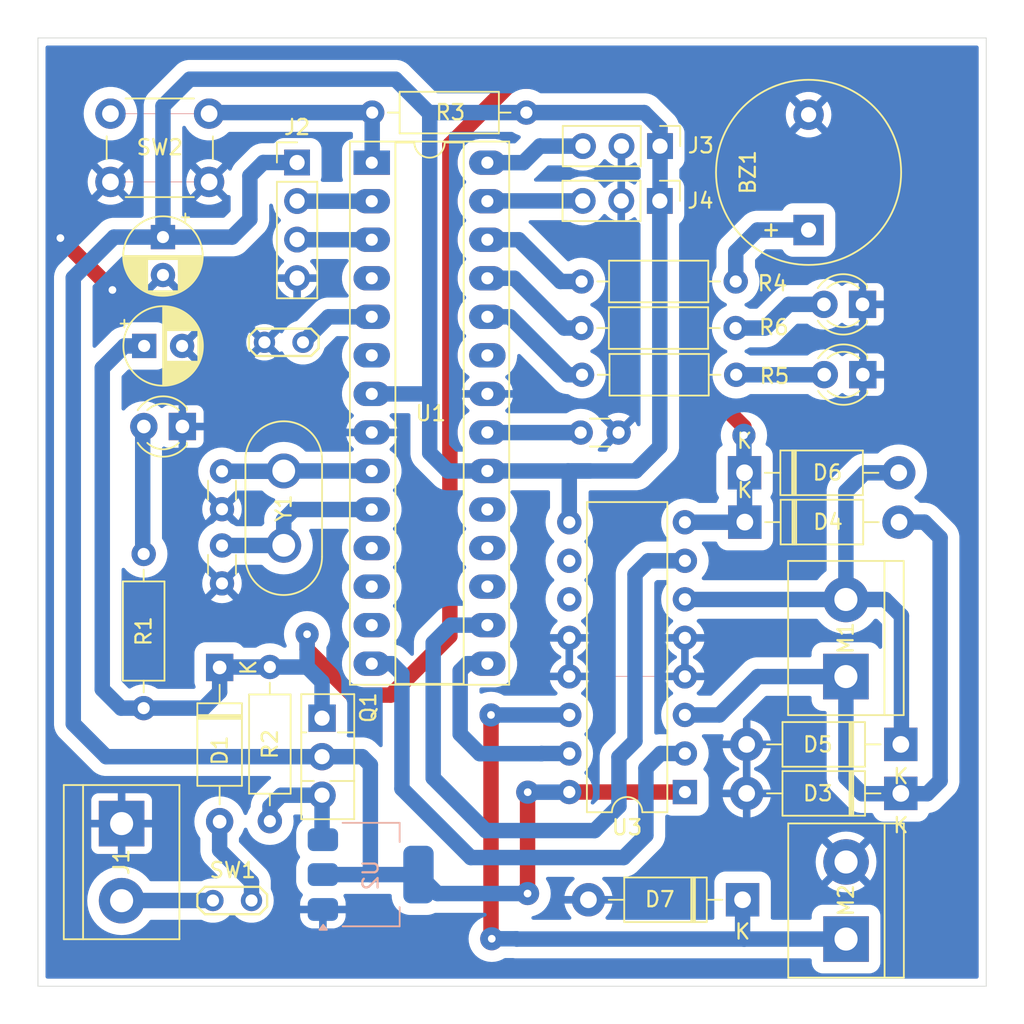
<source format=kicad_pcb>
(kicad_pcb (version 20240108) (generator "pcbnew") (generator_version "8.0")
  (layers (0 "F.Cu" signal) (31 "B.Cu" signal) (34 "B.Paste" user) (35 "F.Paste" user) (36 "B.SilkS" user "B.Silkscreen") (37 "F.SilkS" user "F.Silkscreen") (38 "B.Mask" user) (39 "F.Mask" user) (44 "Edge.Cuts" user))
  (net 0 "")
  (net 1 "GND")
  (net 2 "Net-(BZ1-+)")
  (net 3 "+12V")
  (net 4 "+5V")
  (net 5 "Net-(U1-AREF)")
  (net 6 "Net-(U1-XTAL1{slash}PB6)")
  (net 7 "Net-(U1-XTAL2{slash}PB7)")
  (net 8 "Net-(D1-A)")
  (net 9 "Net-(D2-A)")
  (net 10 "Net-(D3-K)")
  (net 11 "Net-(D5-K)")
  (net 12 "Net-(D7-K)")
  (net 13 "Net-(D8-A)")
  (net 14 "Net-(D9-A)")
  (net 15 "Net-(J1-Pin_2)")
  (net 16 "/Rx")
  (net 17 "/Tx")
  (net 18 "/soil_pin")
  (net 19 "/rain_pin")
  (net 20 "Net-(Q1-B)")
  (net 21 "Net-(SW2A-A)")
  (net 22 "/buzzer_pin")
  (net 23 "/red_pin")
  (net 24 "/green_pin")
  (net 25 "Net-(U1-PD3)")
  (net 26 "/pump_pin")
  (net 33 "/motor_pin1")
  (net 34 "/motor_pin2")
  (footprint "Resistor_THT:R_Axial_DIN0207_L6.3mm_D2.5mm_P10.16mm_Horizontal" (layer "F.Cu") (at 225.82 89.12)
    (property "Reference" "R6" (at 12.68 -0.05 360) (layer "F.SilkS"))
    (property "Value" "220")
    (pad "1" thru_hole circle (at 0 0) (size 1.6 1.6) (drill 0.8) (layers "*.Cu" "*.Mask") (net 24 "/green_pin"))
    (pad "2" thru_hole oval (at 10.16 0) (size 1.6 1.6) (drill 0.8) (layers "*.Cu" "*.Mask") (net 14 "Net-(D9-A)"))
  )
  (footprint "Diode_THT:D_DO-41_SOD81_P10.16mm_Horizontal" (layer "F.Cu") (at 236.44 126.8 180)
    (property "Reference" "D7" (at 5.46 0.03 180) (layer "F.SilkS"))
    (property "Value" "1N4001")
    (fp_text user "K" (at 0 -2.1 180) (layer "F.SilkS"))
    (pad "1" thru_hole rect (at 0 0 180) (size 2.2 2.2) (drill 1.1) (layers "*.Cu" "*.Mask") (net 12 "Net-(D7-K)"))
    (pad "2" thru_hole oval (at 10.16 0 180) (size 2.2 2.2) (drill 1.1) (layers "*.Cu" "*.Mask") (net 1 "GND"))
  )
  (footprint "Diode_THT:D_DO-41_SOD81_P10.16mm_Horizontal" (layer "F.Cu") (at 246.87 116.56 180)
    (property "Reference" "D5" (at 5.47 -0.01 180) (layer "F.SilkS"))
    (property "Value" "1N4001")
    (fp_text user "K" (at 0 -2.1 180) (layer "F.SilkS"))
    (pad "1" thru_hole rect (at 0 0 180) (size 2.2 2.2) (drill 1.1) (layers "*.Cu" "*.Mask") (net 11 "Net-(D5-K)"))
    (pad "2" thru_hole oval (at 10.16 0 180) (size 2.2 2.2) (drill 1.1) (layers "*.Cu" "*.Mask") (net 1 "GND"))
  )
  (footprint "Resistor_THT:R_Axial_DIN0207_L6.3mm_D2.5mm_P10.16mm_Horizontal" (layer "F.Cu") (at 225.83 86.05)
    (property "Reference" "R4" (at 12.58 0.13 0) (layer "F.SilkS"))
    (property "Value" "100")
    (pad "1" thru_hole circle (at 0 0) (size 1.6 1.6) (drill 0.8) (layers "*.Cu" "*.Mask") (net 22 "/buzzer_pin"))
    (pad "2" thru_hole oval (at 10.16 0) (size 1.6 1.6) (drill 0.8) (layers "*.Cu" "*.Mask") (net 2 "Net-(BZ1-+)"))
  )
  (footprint "Resistor_THT:R_Axial_DIN0207_L6.3mm_D2.5mm_P10.16mm_Horizontal" (layer "F.Cu") (at 212.03 74.92)
    (property "Reference" "R3" (at 5.15 -0.02 360) (layer "F.SilkS"))
    (property "Value" "10k")
    (pad "1" thru_hole circle (at 0 0) (size 1.6 1.6) (drill 0.8) (layers "*.Cu" "*.Mask") (net 21 "Net-(SW2A-A)"))
    (pad "2" thru_hole oval (at 10.16 0) (size 1.6 1.6) (drill 0.8) (layers "*.Cu" "*.Mask") (net 4 "+5V"))
  )
  (footprint "Crystal:Crystal_HC50_Vertical" (layer "F.Cu") (at 206.2 103.44 90)
    (property "Reference" "Y1" (at 2.45 0 270) (layer "F.SilkS"))
    (property "Value" "16MHz")
    (pad "1" thru_hole circle (at 0 0 90) (size 2.3 2.3) (drill 1.5) (layers "*.Cu" "*.Mask") (net 7 "Net-(U1-XTAL2{slash}PB7)"))
    (pad "2" thru_hole circle (at 4.9 0 90) (size 2.3 2.3) (drill 1.5) (layers "*.Cu" "*.Mask") (net 6 "Net-(U1-XTAL1{slash}PB6)"))
  )
  (footprint "Diode_THT:D_DO-41_SOD81_P10.16mm_Horizontal" (layer "F.Cu") (at 246.87 119.79 180)
    (property "Reference" "D3" (at 5.47 0 180) (layer "F.SilkS"))
    (property "Value" "1N4001" (hide yes))
    (fp_text user "K" (at 0 -2.1 180) (layer "F.SilkS"))
    (pad "1" thru_hole rect (at 0 0 180) (size 2.2 2.2) (drill 1.1) (layers "*.Cu" "*.Mask") (net 10 "Net-(D3-K)"))
    (pad "2" thru_hole oval (at 10.16 0 180) (size 2.2 2.2) (drill 1.1) (layers "*.Cu" "*.Mask") (net 1 "GND"))
  )
  (footprint "TestPoint:TestPoint_2Pads_Pitch2.54mm_Drill0.8mm" (layer "F.Cu") (at 201.535 126.85)
    (property "Reference" "SW1" (at 1.3 -2 0) (layer "F.SilkS"))
    (property "Value" "Switch")
    (pad "1" thru_hole circle (at 0 0) (size 1.4 1.4) (drill 0.8) (layers "*.Cu" "*.Mask") (net 15 "Net-(J1-Pin_2)"))
    (pad "2" thru_hole circle (at 2.54 0) (size 1.4 1.4) (drill 0.8) (layers "*.Cu" "*.Mask") (net 8 "Net-(D1-A)"))
  )
  (footprint "Buzzer_Beeper:Buzzer_12x9.5RM7.6" (layer "F.Cu") (at 240.79 82.66 90)
    (property "Reference" "BZ1" (at 3.81 -4 270) (layer "F.SilkS"))
    (property "Value" "Buzzer")
    (fp_text user "+" (at -0.01 -2.54 270) (layer "F.SilkS"))
    (pad "1" thru_hole rect (at 0 0 90) (size 2 2) (drill 1) (layers "*.Cu" "*.Mask") (net 2 "Net-(BZ1-+)"))
    (pad "2" thru_hole circle (at 7.6 0 90) (size 2 2) (drill 1) (layers "*.Cu" "*.Mask") (net 1 "GND"))
  )
  (footprint "Button_Switch_THT:SW_PUSH_6mm" (layer "F.Cu") (at 194.78 74.99)
    (property "Reference" "SW2" (at 3.25 2.22 0) (layer "F.SilkS"))
    (property "Value" "Reset")
    (pad "1" thru_hole circle (at 0 0 90) (size 2 2) (drill 1.1) (layers "*.Cu" "*.Mask") (net 21 "Net-(SW2A-A)"))
    (pad "1" thru_hole circle (at 6.5 0 90) (size 2 2) (drill 1.1) (layers "*.Cu" "*.Mask") (net 21 "Net-(SW2A-A)"))
    (pad "2" thru_hole circle (at 0 4.5 90) (size 2 2) (drill 1.1) (layers "*.Cu" "*.Mask") (net 1 "GND"))
    (pad "2" thru_hole circle (at 6.5 4.5 90) (size 2 2) (drill 1.1) (layers "*.Cu" "*.Mask") (net 1 "GND"))
  )
  (footprint "Capacitor_THT:CP_Radial_D5.0mm_P2.50mm" (layer "F.Cu") (at 198.24 83.124888 -90)
    (property "Reference" "C2" (hide yes))
    (property "Value" "100uF")
    (pad "1" thru_hole rect (at 0 0 270) (size 1.6 1.6) (drill 0.8) (layers "*.Cu" "*.Mask") (net 4 "+5V"))
    (pad "2" thru_hole circle (at 2.5 0 270) (size 1.6 1.6) (drill 0.8) (layers "*.Cu" "*.Mask") (net 1 "GND"))
  )
  (footprint "Package_DIP:DIP-16_W7.62mm" (layer "F.Cu") (at 232.64 119.7 180)
    (property "Reference" "U3" (at 3.81 -2.33 180) (layer "F.SilkS"))
    (property "Value" "L293D")
    (pad "1" thru_hole rect (at 0 0 180) (size 1.6 1.6) (drill 0.8) (layers "*.Cu" "*.Mask") (net 4 "+5V"))
    (pad "2" thru_hole oval (at 0 2.54 180) (size 1.6 1.6) (drill 0.8) (layers "*.Cu" "*.Mask") (net 33 "/motor_pin1"))
    (pad "3" thru_hole oval (at 0 5.08 180) (size 1.6 1.6) (drill 0.8) (layers "*.Cu" "*.Mask") (net 10 "Net-(D3-K)"))
    (pad "4" thru_hole oval (at 0 7.62 180) (size 1.6 1.6) (drill 0.8) (layers "*.Cu" "*.Mask") (net 1 "GND"))
    (pad "5" thru_hole oval (at 0 10.16 180) (size 1.6 1.6) (drill 0.8) (layers "*.Cu" "*.Mask") (net 1 "GND"))
    (pad "6" thru_hole oval (at 0 12.7 180) (size 1.6 1.6) (drill 0.8) (layers "*.Cu" "*.Mask") (net 11 "Net-(D5-K)"))
    (pad "7" thru_hole oval (at 0 15.24 180) (size 1.6 1.6) (drill 0.8) (layers "*.Cu" "*.Mask") (net 34 "/motor_pin2"))
    (pad "8" thru_hole oval (at 0 17.78 180) (size 1.6 1.6) (drill 0.8) (layers "*.Cu" "*.Mask") (net 3 "+12V"))
    (pad "9" thru_hole oval (at 7.62 17.78 180) (size 1.6 1.6) (drill 0.8) (layers "*.Cu" "*.Mask") (net 4 "+5V"))
    (pad "10" thru_hole oval (at 7.62 15.24 180) (size 1.6 1.6) (drill 0.8) (layers "*.Cu" "*.Mask"))
    (pad "11" thru_hole oval (at 7.62 12.7 180) (size 1.6 1.6) (drill 0.8) (layers "*.Cu" "*.Mask"))
    (pad "12" thru_hole oval (at 7.62 10.16 180) (size 1.6 1.6) (drill 0.8) (layers "*.Cu" "*.Mask") (net 1 "GND"))
    (pad "13" thru_hole oval (at 7.62 7.62 180) (size 1.6 1.6) (drill 0.8) (layers "*.Cu" "*.Mask") (net 1 "GND"))
    (pad "14" thru_hole oval (at 7.62 5.08 180) (size 1.6 1.6) (drill 0.8) (layers "*.Cu" "*.Mask") (net 12 "Net-(D7-K)"))
    (pad "15" thru_hole oval (at 7.62 2.54 180) (size 1.6 1.6) (drill 0.8) (layers "*.Cu" "*.Mask") (net 26 "/pump_pin"))
    (pad "16" thru_hole oval (at 7.62 0 180) (size 1.6 1.6) (drill 0.8) (layers "*.Cu" "*.Mask") (net 4 "+5V"))
  )
  (footprint "Resistor_THT:R_Axial_DIN0207_L6.3mm_D2.5mm_P10.16mm_Horizontal" (layer "F.Cu") (at 205.285 111.46 -90)
    (property "Reference" "R2" (at 5.09 -0.01 90) (layer "F.SilkS"))
    (property "Value" "3")
    (pad "1" thru_hole circle (at 0 0 270) (size 1.6 1.6) (drill 0.8) (layers "*.Cu" "*.Mask") (net 3 "+12V"))
    (pad "2" thru_hole oval (at 10.16 0 270) (size 1.6 1.6) (drill 0.8) (layers "*.Cu" "*.Mask") (net 20 "Net-(Q1-B)"))
  )
  (footprint "Package_TO_SOT_THT:TO-126-3_Vertical" (layer "F.Cu") (at 208.725 114.83 -90)
    (property "Reference" "Q1" (at -0.69 -3.05 90) (layer "F.SilkS"))
    (property "Value" "BD138")
    (pad "1" thru_hole rect (at 0 0 270) (size 1.8 1.8) (drill 1) (layers "*.Cu" "*.Mask") (net 3 "+12V"))
    (pad "2" thru_hole oval (at 2.54 0 270) (size 1.8 1.8) (drill 1) (layers "*.Cu" "*.Mask") (net 4 "+5V"))
    (pad "3" thru_hole oval (at 5.08 0 270) (size 1.8 1.8) (drill 1) (layers "*.Cu" "*.Mask") (net 20 "Net-(Q1-B)"))
  )
  (footprint "TestPoint:TestPoint_2Pads_Pitch2.54mm_Drill0.8mm" (layer "F.Cu") (at 207.47 90.06 180)
    (property "Reference" "SW3" (hide yes))
    (property "Value" "Button")
    (pad "1" thru_hole circle (at 0 0 180) (size 1.4 1.4) (drill 0.8) (layers "*.Cu" "*.Mask") (net 25 "Net-(U1-PD3)"))
    (pad "2" thru_hole circle (at 2.54 0 180) (size 1.4 1.4) (drill 0.8) (layers "*.Cu" "*.Mask") (net 1 "GND"))
  )
  (footprint "Capacitor_THT:C_Disc_D3.0mm_W1.6mm_P2.50mm" (layer "F.Cu") (at 225.77 96.01)
    (property "Reference" "C3" (hide yes))
    (property "Value" "100nF")
    (pad "1" thru_hole circle (at 0 0) (size 1.6 1.6) (drill 0.8) (layers "*.Cu" "*.Mask") (net 5 "Net-(U1-AREF)"))
    (pad "2" thru_hole circle (at 2.5 0) (size 1.6 1.6) (drill 0.8) (layers "*.Cu" "*.Mask") (net 1 "GND"))
  )
  (footprint "TerminalBlock:TerminalBlock_bornier-2_P5.08mm" (layer "F.Cu") (at 243.25 112.09 90)
    (property "Reference" "M1" (at 2.54 -0.01 270) (layer "F.SilkS"))
    (property "Value" "Gear motor")
    (pad "1" thru_hole rect (at 0 0 90) (size 3 3) (drill 1.52) (layers "*.Cu" "*.Mask") (net 10 "Net-(D3-K)"))
    (pad "2" thru_hole circle (at 5.08 0 90) (size 3 3) (drill 1.52) (layers "*.Cu" "*.Mask") (net 11 "Net-(D5-K)"))
  )
  (footprint "TerminalBlock:TerminalBlock_bornier-2_P5.08mm" (layer "F.Cu") (at 195.515 121.78 -90)
    (property "Reference" "J1" (at 2.53 0.01 90) (layer "F.SilkS"))
    (property "Value" "Power")
    (pad "1" thru_hole rect (at 0 0 270) (size 3 3) (drill 1.52) (layers "*.Cu" "*.Mask") (net 1 "GND"))
    (pad "2" thru_hole circle (at 5.08 0 270) (size 3 3) (drill 1.52) (layers "*.Cu" "*.Mask") (net 15 "Net-(J1-Pin_2)"))
  )
  (footprint "Capacitor_THT:C_Disc_D3.0mm_W1.6mm_P2.50mm" (layer "F.Cu") (at 202.13 105.95 90)
    (property "Reference" "C5" (hide yes))
    (property "Value" "22pF")
    (pad "1" thru_hole circle (at 0 0 90) (size 1.6 1.6) (drill 0.8) (layers "*.Cu" "*.Mask") (net 1 "GND"))
    (pad "2" thru_hole circle (at 2.5 0 90) (size 1.6 1.6) (drill 0.8) (layers "*.Cu" "*.Mask") (net 7 "Net-(U1-XTAL2{slash}PB7)"))
  )
  (footprint "Connector_PinHeader_2.54mm:PinHeader_1x03_P2.54mm_Vertical" (layer "F.Cu") (at 230.985 80.74 -90)
    (property "Reference" "J4" (at -0.01 -2.68 180) (layer "F.SilkS"))
    (property "Value" "Rain drop ")
    (pad "1" thru_hole rect (at 0 0 270) (size 1.7 1.7) (drill 1) (layers "*.Cu" "*.Mask") (net 4 "+5V"))
    (pad "2" thru_hole oval (at 0 2.54 270) (size 1.7 1.7) (drill 1) (layers "*.Cu" "*.Mask") (net 1 "GND"))
    (pad "3" thru_hole oval (at 0 5.08 270) (size 1.7 1.7) (drill 1) (layers "*.Cu" "*.Mask") (net 19 "/rain_pin"))
  )
  (footprint "Capacitor_THT:CP_Radial_D5.0mm_P2.50mm" (layer "F.Cu") (at 197 90.3)
    (property "Reference" "C1" (hide yes))
    (property "Value" "100uF")
    (pad "1" thru_hole rect (at 0 0) (size 1.6 1.6) (drill 0.8) (layers "*.Cu" "*.Mask") (net 3 "+12V"))
    (pad "2" thru_hole circle (at 2.5 0) (size 1.6 1.6) (drill 0.8) (layers "*.Cu" "*.Mask") (net 1 "GND"))
  )
  (footprint "Diode_THT:D_DO-41_SOD81_P10.16mm_Horizontal" (layer "F.Cu") (at 236.59 101.91)
    (property "Reference" "D4" (at 5.48 -0.01 0) (layer "F.SilkS"))
    (property "Value" "1N4001" (hide yes))
    (fp_text user "K" (at 0 -2.1 0) (layer "F.SilkS"))
    (pad "1" thru_hole rect (at 0 0) (size 2.2 2.2) (drill 1.1) (layers "*.Cu" "*.Mask") (net 3 "+12V"))
    (pad "2" thru_hole oval (at 10.16 0) (size 2.2 2.2) (drill 1.1) (layers "*.Cu" "*.Mask") (net 10 "Net-(D3-K)"))
  )
  (footprint "Package_DIP:DIP-28_W7.62mm_Socket_LongPads" (layer "F.Cu") (at 212 78.22)
    (property "Reference" "U1" (at 3.89 16.52 0) (layer "F.SilkS"))
    (property "Value" "ATmega328P-P")
    (pad "1" thru_hole rect (at 0 0) (size 2.4 1.6) (drill 0.8) (layers "*.Cu" "*.Mask") (net 21 "Net-(SW2A-A)"))
    (pad "2" thru_hole oval (at 0 2.54) (size 2.4 1.6) (drill 0.8) (layers "*.Cu" "*.Mask") (net 16 "/Rx"))
    (pad "3" thru_hole oval (at 0 5.08) (size 2.4 1.6) (drill 0.8) (layers "*.Cu" "*.Mask") (net 17 "/Tx"))
    (pad "4" thru_hole oval (at 0 7.62) (size 2.4 1.6) (drill 0.8) (layers "*.Cu" "*.Mask"))
    (pad "5" thru_hole oval (at 0 10.16) (size 2.4 1.6) (drill 0.8) (layers "*.Cu" "*.Mask") (net 25 "Net-(U1-PD3)"))
    (pad "6" thru_hole oval (at 0 12.7) (size 2.4 1.6) (drill 0.8) (layers "*.Cu" "*.Mask"))
    (pad "7" thru_hole oval (at 0 15.24) (size 2.4 1.6) (drill 0.8) (layers "*.Cu" "*.Mask") (net 4 "+5V"))
    (pad "8" thru_hole oval (at 0 17.78) (size 2.4 1.6) (drill 0.8) (layers "*.Cu" "*.Mask") (net 1 "GND"))
    (pad "9" thru_hole oval (at 0 20.32) (size 2.4 1.6) (drill 0.8) (layers "*.Cu" "*.Mask") (net 6 "Net-(U1-XTAL1{slash}PB6)"))
    (pad "10" thru_hole oval (at 0 22.86) (size 2.4 1.6) (drill 0.8) (layers "*.Cu" "*.Mask") (net 7 "Net-(U1-XTAL2{slash}PB7)"))
    (pad "11" thru_hole oval (at 0 25.4) (size 2.4 1.6) (drill 0.8) (layers "*.Cu" "*.Mask"))
    (pad "12" thru_hole oval (at 0 27.94) (size 2.4 1.6) (drill 0.8) (layers "*.Cu" "*.Mask"))
    (pad "13" thru_hole oval (at 0 30.48) (size 2.4 1.6) (drill 0.8) (layers "*.Cu" "*.Mask"))
    (pad "14" thru_hole oval (at 0 33.02) (size 2.4 1.6) (drill 0.8) (layers "*.Cu" "*.Mask") (net 33 "/motor_pin1"))
    (pad "15" thru_hole oval (at 7.62 33.02) (size 2.4 1.6) (drill 0.8) (layers "*.Cu" "*.Mask") (net 26 "/pump_pin"))
    (pad "16" thru_hole oval (at 7.62 30.48) (size 2.4 1.6) (drill 0.8) (layers "*.Cu" "*.Mask") (net 34 "/motor_pin2"))
    (pad "17" thru_hole oval (at 7.62 27.94) (size 2.4 1.6) (drill 0.8) (layers "*.Cu" "*.Mask"))
    (pad "18" thru_hole oval (at 7.62 25.4) (size 2.4 1.6) (drill 0.8) (layers "*.Cu" "*.Mask"))
    (pad "19" thru_hole oval (at 7.62 22.86) (size 2.4 1.6) (drill 0.8) (layers "*.Cu" "*.Mask"))
    (pad "20" thru_hole oval (at 7.62 20.32) (size 2.4 1.6) (drill 0.8) (layers "*.Cu" "*.Mask") (net 4 "+5V"))
    (pad "21" thru_hole oval (at 7.62 17.78) (size 2.4 1.6) (drill 0.8) (layers "*.Cu" "*.Mask") (net 5 "Net-(U1-AREF)"))
    (pad "22" thru_hole oval (at 7.62 15.24) (size 2.4 1.6) (drill 0.8) (layers "*.Cu" "*.Mask") (net 1 "GND"))
    (pad "23" thru_hole oval (at 7.62 12.7) (size 2.4 1.6) (drill 0.8) (layers "*.Cu" "*.Mask"))
    (pad "24" thru_hole oval (at 7.62 10.16) (size 2.4 1.6) (drill 0.8) (layers "*.Cu" "*.Mask") (net 23 "/red_pin"))
    (pad "25" thru_hole oval (at 7.62 7.62) (size 2.4 1.6) (drill 0.8) (layers "*.Cu" "*.Mask") (net 24 "/green_pin"))
    (pad "26" thru_hole oval (at 7.62 5.08) (size 2.4 1.6) (drill 0.8) (layers "*.Cu" "*.Mask") (net 22 "/buzzer_pin"))
    (pad "27" thru_hole oval (at 7.62 2.54) (size 2.4 1.6) (drill 0.8) (layers "*.Cu" "*.Mask") (net 19 "/rain_pin"))
    (pad "28" thru_hole oval (at 7.62 0) (size 2.4 1.6) (drill 0.8) (layers "*.Cu" "*.Mask") (net 18 "/soil_pin"))
  )
  (footprint "Connector_PinHeader_2.54mm:PinHeader_1x03_P2.54mm_Vertical" (layer "F.Cu") (at 231 77.13 -90)
    (property "Reference" "J3" (at -0.04 -2.69 180) (layer "F.SilkS"))
    (property "Value" "Soil moisture")
    (pad "1" thru_hole rect (at 0 0 270) (size 1.7 1.7) (drill 1) (layers "*.Cu" "*.Mask") (net 4 "+5V"))
    (pad "2" thru_hole oval (at 0 2.54 270) (size 1.7 1.7) (drill 1) (layers "*.Cu" "*.Mask") (net 1 "GND"))
    (pad "3" thru_hole oval (at 0 5.08 270) (size 1.7 1.7) (drill 1) (layers "*.Cu" "*.Mask") (net 18 "/soil_pin"))
  )
  (footprint "Connector_PinHeader_2.54mm:PinHeader_1x04_P2.54mm_Vertical" (layer "F.Cu") (at 207.08 78.21)
    (property "Reference" "J2" (at 0 -2.33 0) (layer "F.SilkS"))
    (property "Value" "Program")
    (pad "1" thru_hole rect (at 0 0) (size 1.7 1.7) (drill 1) (layers "*.Cu" "*.Mask") (net 4 "+5V"))
    (pad "2" thru_hole oval (at 0 2.54) (size 1.7 1.7) (drill 1) (layers "*.Cu" "*.Mask") (net 16 "/Rx"))
    (pad "3" thru_hole oval (at 0 5.08) (size 1.7 1.7) (drill 1) (layers "*.Cu" "*.Mask") (net 17 "/Tx"))
    (pad "4" thru_hole oval (at 0 7.62) (size 1.7 1.7) (drill 1) (layers "*.Cu" "*.Mask") (net 1 "GND"))
  )
  (footprint "Resistor_THT:R_Axial_DIN0207_L6.3mm_D2.5mm_P10.16mm_Horizontal" (layer "F.Cu") (at 225.86 92.2)
    (property "Reference" "R5" (at 12.68 0.09 360) (layer "F.SilkS"))
    (property "Value" "220")
    (pad "1" thru_hole circle (at 0 0) (size 1.6 1.6) (drill 0.8) (layers "*.Cu" "*.Mask") (net 23 "/red_pin"))
    (pad "2" thru_hole oval (at 10.16 0) (size 1.6 1.6) (drill 0.8) (layers "*.Cu" "*.Mask") (net 13 "Net-(D8-A)"))
  )
  (footprint "TerminalBlock:TerminalBlock_bornier-2_P5.08mm" (layer "F.Cu") (at 243.26 129.39 90)
    (property "Reference" "M2" (at 2.55 0 270) (layer "F.SilkS"))
    (property "Value" "Pump")
    (pad "1" thru_hole rect (at 0 0 90) (size 3 3) (drill 1.52) (layers "*.Cu" "*.Mask") (net 12 "Net-(D7-K)"))
    (pad "2" thru_hole circle (at 5.08 0 90) (size 3 3) (drill 1.52) (layers "*.Cu" "*.Mask") (net 1 "GND"))
  )
  (footprint "LED_THT:LED_D3.0mm" (layer "F.Cu") (at 199.52 95.61 180)
    (property "Reference" "D2" (hide yes))
    (property "Value" "Power")
    (pad "1" thru_hole rect (at 0 0 180) (size 1.8 1.8) (drill 0.9) (layers "*.Cu" "*.Mask") (net 1 "GND"))
    (pad "2" thru_hole circle (at 2.54 0 180) (size 1.8 1.8) (drill 0.9) (layers "*.Cu" "*.Mask") (net 9 "Net-(D2-A)"))
  )
  (footprint "Resistor_THT:R_Axial_DIN0207_L6.3mm_D2.5mm_P10.16mm_Horizontal" (layer "F.Cu") (at 196.97 114.17 90)
    (property "Reference" "R1" (at 5.07 0 270) (layer "F.SilkS"))
    (property "Value" "1k")
    (pad "1" thru_hole circle (at 0 0 90) (size 1.6 1.6) (drill 0.8) (layers "*.Cu" "*.Mask") (net 3 "+12V"))
    (pad "2" thru_hole oval (at 10.16 0 90) (size 1.6 1.6) (drill 0.8) (layers "*.Cu" "*.Mask") (net 9 "Net-(D2-A)"))
  )
  (footprint "Diode_THT:D_A-405_P10.16mm_Horizontal" (layer "F.Cu") (at 201.975 111.49 -90)
    (property "Reference" "D1" (at 5.47 -0.01 90) (layer "F.SilkS"))
    (property "Value" "1N4001")
    (fp_text user "K" (at 0 -1.9 90) (layer "F.SilkS"))
    (pad "1" thru_hole rect (at 0 0 270) (size 1.8 1.8) (drill 0.9) (layers "*.Cu" "*.Mask") (net 3 "+12V"))
    (pad "2" thru_hole oval (at 10.16 0 270) (size 1.8 1.8) (drill 0.9) (layers "*.Cu" "*.Mask") (net 8 "Net-(D1-A)"))
  )
  (footprint "LED_THT:LED_D3.0mm" (layer "F.Cu") (at 244.365 92.19 180)
    (property "Reference" "D8" (hide yes))
    (property "Value" "Red")
    (pad "1" thru_hole rect (at 0 0 180) (size 1.8 1.8) (drill 0.9) (layers "*.Cu" "*.Mask") (net 1 "GND"))
    (pad "2" thru_hole circle (at 2.54 0 180) (size 1.8 1.8) (drill 0.9) (layers "*.Cu" "*.Mask") (net 13 "Net-(D8-A)"))
  )
  (footprint "Capacitor_THT:C_Disc_D3.0mm_W1.6mm_P2.50mm" (layer "F.Cu") (at 202.13 98.56 -90)
    (property "Reference" "C4" (hide yes))
    (property "Value" "22pF")
    (pad "1" thru_hole circle (at 0 0 270) (size 1.6 1.6) (drill 0.8) (layers "*.Cu" "*.Mask") (net 6 "Net-(U1-XTAL1{slash}PB6)"))
    (pad "2" thru_hole circle (at 2.5 0 270) (size 1.6 1.6) (drill 0.8) (layers "*.Cu" "*.Mask") (net 1 "GND"))
  )
  (footprint "Diode_THT:D_DO-41_SOD81_P10.16mm_Horizontal" (layer "F.Cu") (at 236.57 98.66)
    (property "Reference" "D6" (at 5.47 -0.01 0) (layer "F.SilkS"))
    (property "Value" "1N4001")
    (fp_text user "K" (at 0 -2.1 0) (layer "F.SilkS"))
    (pad "1" thru_hole rect (at 0 0) (size 2.2 2.2) (drill 1.1) (layers "*.Cu" "*.Mask") (net 3 "+12V"))
    (pad "2" thru_hole oval (at 10.16 0) (size 2.2 2.2) (drill 1.1) (layers "*.Cu" "*.Mask") (net 11 "Net-(D5-K)"))
  )
  (footprint "LED_THT:LED_D3.0mm" (layer "F.Cu") (at 244.345 87.56 180)
    (property "Reference" "D9" (hide yes))
    (property "Value" "Green")
    (pad "1" thru_hole rect (at 0 0 180) (size 1.8 1.8) (drill 0.9) (layers "*.Cu" "*.Mask") (net 1 "GND"))
    (pad "2" thru_hole circle (at 2.54 0 180) (size 1.8 1.8) (drill 0.9) (layers "*.Cu" "*.Mask") (net 14 "Net-(D9-A)"))
  )
  (footprint "Package_TO_SOT_SMD:SOT-223-3_TabPin2" (layer "B.Cu") (at 211.93 125.14)
    (property "Reference" "U2" (at 0 0.0375 90) (layer "B.SilkS") (effects (justify mirror)))
    (property "Value" "AMS1117-5.0")
    (pad "1" smd roundrect (at -3.15 2.3) (size 2 1.5) (layers "B.Cu" "B.Paste" "B.Mask") (net 1 "GND"))
    (pad "2" smd roundrect (at -3.15 0) (size 2 1.5) (layers "B.Cu" "B.Paste" "B.Mask") (net 4 "+5V"))
    (pad "2" smd roundrect (at 3.15 0) (size 2 3.8) (layers "B.Cu" "B.Paste" "B.Mask") (net 4 "+5V"))
    (pad "3" smd roundrect (at -3.15 -2.3) (size 2 1.5) (layers "B.Cu" "B.Paste" "B.Mask") (net 20 "Net-(Q1-B)"))
  )
  (gr_line (start 252.5 132.5) (end 190 132.5) (stroke (width 0.05)) (layer "Edge.Cuts"))
  (gr_line (start 190 70) (end 252.5 70) (stroke (width 0.05)) (layer "Edge.Cuts"))
  (gr_line (start 252.5 70) (end 252.5 132.5) (stroke (width 0.05)) (layer "Edge.Cuts"))
  (gr_line (start 190 132.5) (end 190 70) (stroke (width 0.05)) (layer "Edge.Cuts"))
  (segment (start 191.48 83.19) (end 191.49 83.19) (width 1.016) (layer "F.Cu") (net 1))
  (segment (start 232.64 112.08) (end 225.02 112.08) (width 0.0254) (layer "F.Cu") (net 1))
  (segment (start 191.49 83.19) (end 194.91 86.61) (width 1.016) (layer "F.Cu") (net 1))
  (segment (start 201.28 79.49) (end 194.78 79.49) (width 0.0254) (layer "F.Cu") (net 1))
  (via (at 191.48 83.19) (size 1.524) (drill 0.508) (layers "F.Cu" "B.Cu") (net 1))
  (via (at 194.91 86.61) (size 1.524) (drill 0.508) (layers "F.Cu" "B.Cu") (net 1))
  (segment (start 235.99 84.09) (end 237.42 82.66) (width 1.016) (layer "B.Cu") (net 2))
  (segment (start 235.99 86.05) (end 235.99 84.09) (width 1.016) (layer "B.Cu") (net 2))
  (segment (start 237.42 82.66) (end 240.79 82.66) (width 1.016) (layer "B.Cu") (net 2))
  (segment (start 236.53 95.637423) (end 233.9 93.007423) (width 1.016) (layer "F.Cu") (net 3))
  (segment (start 230.96 72.85) (end 221.332577 72.85) (width 1.016) (layer "F.Cu") (net 3))
  (segment (start 207.74 110.307422) (end 207.74 109.3) (width 1.016) (layer "F.Cu") (net 3))
  (segment (start 233.9 93.007423) (end 233.9 75.79) (width 1.016) (layer "F.Cu") (net 3))
  (segment (start 236.53 96.19) (end 236.53 95.637423) (width 1.016) (layer "F.Cu") (net 3))
  (segment (start 210.742578 113.31) (end 207.74 110.307422) (width 1.016) (layer "F.Cu") (net 3))
  (segment (start 213.257422 113.31) (end 210.742578 113.31) (width 1.016) (layer "F.Cu") (net 3))
  (segment (start 233.9 75.79) (end 230.96 72.85) (width 1.016) (layer "F.Cu") (net 3))
  (segment (start 221.332577 72.85) (end 217.15 77.032577) (width 1.016) (layer "F.Cu") (net 3))
  (segment (start 217.15 77.032577) (end 217.15 109.417422) (width 1.016) (layer "F.Cu") (net 3))
  (segment (start 217.15 109.417422) (end 213.257422 113.31) (width 1.016) (layer "F.Cu") (net 3))
  (via (at 236.53 96.19) (size 1.524) (drill 0.508) (layers "F.Cu" "B.Cu") (net 3))
  (via (at 207.74 109.3) (size 1.524) (drill 0.508) (layers "F.Cu" "B.Cu") (net 3))
  (segment (start 195.48 114.17) (end 194.24 112.93) (width 1.016) (layer "B.Cu") (net 3))
  (segment (start 201.975 111.49) (end 201.975 113.105) (width 1.016) (layer "B.Cu") (net 3))
  (segment (start 205.285 111.46) (end 207.74 111.46) (width 1.016) (layer "B.Cu") (net 3))
  (segment (start 236.53 98.62) (end 236.57 98.66) (width 1.016) (layer "B.Cu") (net 3))
  (segment (start 201.975 113.105) (end 200.91 114.17) (width 1.016) (layer "B.Cu") (net 3))
  (segment (start 208.725 112.445) (end 208.725 114.83) (width 1.016) (layer "B.Cu") (net 3))
  (segment (start 196.97 114.17) (end 195.48 114.17) (width 1.016) (layer "B.Cu") (net 3))
  (segment (start 236.62 101.88) (end 236.59 101.91) (width 1.016) (layer "B.Cu") (net 3))
  (segment (start 194.24 112.93) (end 194.24 91.76) (width 1.016) (layer "B.Cu") (net 3))
  (segment (start 232.67 101.89) (end 232.64 101.92) (width 1.016) (layer "B.Cu") (net 3))
  (segment (start 236.53 96.19) (end 236.53 98.62) (width 1.016) (layer "B.Cu") (net 3))
  (segment (start 236.57 98.66) (end 236.57 101.89) (width 1.016) (layer "B.Cu") (net 3))
  (segment (start 200.91 114.17) (end 196.97 114.17) (width 1.016) (layer "B.Cu") (net 3))
  (segment (start 205.285 111.46) (end 202.005 111.46) (width 1.016) (layer "B.Cu") (net 3))
  (segment (start 202.005 111.46) (end 201.975 111.49) (width 1.016) (layer "B.Cu") (net 3))
  (segment (start 232.64 101.92) (end 236.58 101.92) (width 1.016) (layer "B.Cu") (net 3))
  (segment (start 207.74 111.46) (end 208.725 112.445) (width 1.016) (layer "B.Cu") (net 3))
  (segment (start 236.57 101.89) (end 236.59 101.91) (width 1.016) (layer "B.Cu") (net 3))
  (segment (start 195.7 90.3) (end 197 90.3) (width 1.016) (layer "B.Cu") (net 3))
  (segment (start 194.24 91.76) (end 195.7 90.3) (width 1.016) (layer "B.Cu") (net 3))
  (segment (start 207.74 111.46) (end 207.74 109.3) (width 1.016) (layer "B.Cu") (net 3))
  (segment (start 236.58 101.92) (end 236.59 101.91) (width 1.016) (layer "B.Cu") (net 3))
  (segment (start 207.76 109.28) (end 207.74 109.3) (width 1.016) (layer "B.Cu") (net 3))
  (segment (start 225.02 119.7) (end 232.64 119.7) (width 1.016) (layer "F.Cu") (net 4))
  (segment (start 222.27 126.39) (end 222.27 119.72) (width 1.016) (layer "F.Cu") (net 4))
  (segment (start 222.27 119.72) (end 222.28 119.71) (width 1.016) (layer "F.Cu") (net 4))
  (via (at 222.28 119.71) (size 1.524) (drill 0.508) (layers "F.Cu" "B.Cu") (net 4))
  (via (at 222.27 126.39) (size 1.524) (drill 0.508) (layers "F.Cu" "B.Cu") (net 4))
  (segment (start 195.015112 83.124888) (end 198.24 83.124888) (width 1.016) (layer "B.Cu") (net 4))
  (segment (start 192.33 85.81) (end 195.015112 83.124888) (width 1.016) (layer "B.Cu") (net 4))
  (segment (start 204.85 78.21) (end 207.08 78.21) (width 1.016) (layer "B.Cu") (net 4))
  (segment (start 229.96 74.92) (end 231 75.96) (width 1.016) (layer "B.Cu") (net 4))
  (segment (start 224.93 98.54) (end 225.02 98.63) (width 1.016) (layer "B.Cu") (net 4))
  (segment (start 222.19 74.92) (end 229.96 74.92) (width 1.016) (layer "B.Cu") (net 4))
  (segment (start 203.97 81.95) (end 203.97 79.09) (width 1.016) (layer "B.Cu") (net 4))
  (segment (start 225.01 119.71) (end 225.02 119.7) (width 1.016) (layer "B.Cu") (net 4))
  (segment (start 213.56 72.72) (end 215.82 74.98) (width 1.016) (layer "B.Cu") (net 4))
  (segment (start 211.91 117.91) (end 211.91 125.14) (width 1.016) (layer "B.Cu") (net 4))
  (segment (start 211.37 117.37) (end 211.91 117.91) (width 1.016) (layer "B.Cu") (net 4))
  (segment (start 222.28 119.71) (end 225.01 119.71) (width 1.016) (layer "B.Cu") (net 4))
  (segment (start 198.24 83.124888) (end 198.24 74.49) (width 1.016) (layer "B.Cu") (net 4))
  (segment (start 208.725 117.37) (end 211.37 117.37) (width 1.016) (layer "B.Cu") (net 4))
  (segment (start 230.985 96.945) (end 229.39 98.54) (width 1.016) (layer "B.Cu") (net 4))
  (segment (start 215.79 93.37) (end 215.82 93.4) (width 1.016) (layer "B.Cu") (net 4))
  (segment (start 215.82 74.98) (end 215.82 76.15) (width 1.016) (layer "B.Cu") (net 4))
  (segment (start 192.33 115.2) (end 192.33 85.81) (width 1.016) (layer "B.Cu") (net 4))
  (segment (start 217.01 98.54) (end 219.62 98.54) (width 1.016) (layer "B.Cu") (net 4))
  (segment (start 198.24 74.49) (end 200.01 72.72) (width 1.016) (layer "B.Cu") (net 4))
  (segment (start 222.19 74.92) (end 215.82 74.92) (width 1.016) (layer "B.Cu") (net 4))
  (segment (start 200.01 72.72) (end 213.56 72.72) (width 1.016) (layer "B.Cu") (net 4))
  (segment (start 211.91 125.14) (end 215.08 125.14) (width 1.016) (layer "B.Cu") (net 4))
  (segment (start 215.76 93.46) (end 215.82 93.4) (width 1.016) (layer "B.Cu") (net 4))
  (segment (start 194.5 117.37) (end 192.33 115.2) (width 1.016) (layer "B.Cu") (net 4))
  (segment (start 215.08 125.14) (end 216.33 126.39) (width 1.016) (layer "B.Cu") (net 4))
  (segment (start 215.82 76.15) (end 215.82 94.52) (width 1.016) (layer "B.Cu") (net 4))
  (segment (start 231 75.96) (end 231 77.13) (width 1.016) (layer "B.Cu") (net 4))
  (segment (start 219.62 98.54) (end 226.4 98.54) (width 1.016) (layer "B.Cu") (net 4))
  (segment (start 215.82 93.4) (end 215.82 97.35) (width 1.016) (layer "B.Cu") (net 4))
  (segment (start 212 93.46) (end 215.76 93.46) (width 1.016) (layer "B.Cu") (net 4))
  (segment (start 230.985 80.74) (end 230.985 96.945) (width 1.016) (layer "B.Cu") (net 4))
  (segment (start 231 77.13) (end 231 80.725) (width 1.016) (layer "B.Cu") (net 4))
  (segment (start 208.725 117.37) (end 194.5 117.37) (width 1.016) (layer "B.Cu") (net 4))
  (segment (start 231 80.725) (end 230.985 80.74) (width 1.016) (layer "B.Cu") (net 4))
  (segment (start 216.33 126.39) (end 222.27 126.39) (width 1.016) (layer "B.Cu") (net 4))
  (segment (start 229.39 98.54) (end 224.93 98.54) (width 1.016) (layer "B.Cu") (net 4))
  (segment (start 215.82 74.92) (end 215.82 76.15) (width 1.016) (layer "B.Cu") (net 4))
  (segment (start 203.97 79.09) (end 204.85 78.21) (width 1.016) (layer "B.Cu") (net 4))
  (segment (start 225.02 98.63) (end 225.02 101.92) (width 1.016) (layer "B.Cu") (net 4))
  (segment (start 202.795112 83.124888) (end 203.97 81.95) (width 1.016) (layer "B.Cu") (net 4))
  (segment (start 215.82 97.35) (end 217.01 98.54) (width 1.016) (layer "B.Cu") (net 4))
  (segment (start 198.24 83.124888) (end 202.795112 83.124888) (width 1.016) (layer "B.Cu") (net 4))
  (segment (start 208.78 125.14) (end 211.91 125.14) (width 1.016) (layer "B.Cu") (net 4))
  (segment (start 225.77 96.01) (end 219.63 96.01) (width 1.016) (layer "B.Cu") (net 5))
  (segment (start 219.63 96.01) (end 219.62 96) (width 1.016) (layer "B.Cu") (net 5))
  (segment (start 206.18 98.56) (end 206.2 98.54) (width 1.016) (layer "B.Cu") (net 6))
  (segment (start 212 98.54) (end 206.2 98.54) (width 1.016) (layer "B.Cu") (net 6))
  (segment (start 202.13 98.56) (end 206.18 98.56) (width 1.016) (layer "B.Cu") (net 6))
  (segment (start 206.2 101.79) (end 206.2 103.44) (width 1.016) (layer "B.Cu") (net 7))
  (segment (start 206.18 101.77) (end 206.2 101.79) (width 1.016) (layer "B.Cu") (net 7))
  (segment (start 206.87 101.08) (end 206.18 101.77) (width 1.016) (layer "B.Cu") (net 7))
  (segment (start 212 101.08) (end 206.87 101.08) (width 1.016) (layer "B.Cu") (net 7))
  (segment (start 206.19 103.45) (end 206.2 103.44) (width 1.016) (layer "B.Cu") (net 7))
  (segment (start 202.13 103.45) (end 206.19 103.45) (width 1.016) (layer "B.Cu") (net 7))
  (segment (start 201.975 123.53) (end 201.975 121.65) (width 1.016) (layer "B.Cu") (net 8))
  (segment (start 204.075 125.63) (end 201.975 123.53) (width 1.016) (layer "B.Cu") (net 8))
  (segment (start 204.075 126.85) (end 204.075 125.63) (width 1.016) (layer "B.Cu") (net 8))
  (segment (start 196.905 103.945) (end 196.905 95.685) (width 1.016) (layer "B.Cu") (net 9))
  (segment (start 196.97 104.01) (end 196.905 103.945) (width 1.016) (layer "B.Cu") (net 9))
  (segment (start 196.905 95.685) (end 196.98 95.61) (width 1.016) (layer "B.Cu") (net 9))
  (segment (start 232.64 114.62) (end 234.91 114.62) (width 1.016) (layer "B.Cu") (net 10))
  (segment (start 248.61 119.81) (end 244.32 119.81) (width 1.016) (layer "B.Cu") (net 10))
  (segment (start 249.46 118.96) (end 248.61 119.81) (width 1.016) (layer "B.Cu") (net 10))
  (segment (start 234.91 114.62) (end 237.44 112.09) (width 1.016) (layer "B.Cu") (net 10))
  (segment (start 246.75 101.91) (end 248.43 101.91) (width 1.016) (layer "B.Cu") (net 10))
  (segment (start 244.32 119.81) (end 243.25 118.74) (width 1.016) (layer "B.Cu") (net 10))
  (segment (start 248.43 101.91) (end 249.46 102.94) (width 1.016) (layer "B.Cu") (net 10))
  (segment (start 249.46 102.94) (end 249.46 118.96) (width 1.016) (layer "B.Cu") (net 10))
  (segment (start 243.25 118.74) (end 243.25 112.09) (width 1.016) (layer "B.Cu") (net 10))
  (segment (start 237.44 112.09) (end 243.25 112.09) (width 1.016) (layer "B.Cu") (net 10))
  (segment (start 232.65 107.01) (end 232.64 107) (width 1.016) (layer "B.Cu") (net 11))
  (segment (start 245.83 107.01) (end 243.25 107.01) (width 1.016) (layer "B.Cu") (net 11))
  (segment (start 246.87 116.56) (end 246.91 116.52) (width 1.016) (layer "B.Cu") (net 11))
  (segment (start 243.25 107.01) (end 243.25 99.89) (width 1.016) (layer "B.Cu") (net 11))
  (segment (start 244.48 98.66) (end 246.73 98.66) (width 1.016) (layer "B.Cu") (net 11))
  (segment (start 246.91 108.09) (end 245.83 107.01) (width 1.016) (layer "B.Cu") (net 11))
  (segment (start 246.91 116.52) (end 246.91 108.09) (width 1.016) (layer "B.Cu") (net 11))
  (segment (start 243.25 107.01) (end 232.65 107.01) (width 1.016) (layer "B.Cu") (net 11))
  (segment (start 243.25 99.89) (end 244.48 98.66) (width 1.016) (layer "B.Cu") (net 11))
  (segment (start 219.86 129.32) (end 219.86 114.62) (width 1.016) (layer "F.Cu") (net 12))
  (segment (start 219.91 129.37) (end 219.86 129.32) (width 1.016) (layer "F.Cu") (net 12))
  (via (at 219.86 114.62) (size 1.524) (drill 0.508) (layers "F.Cu" "B.Cu") (net 12))
  (via (at 219.91 129.37) (size 1.524) (drill 0.508) (layers "F.Cu" "B.Cu") (net 12))
  (segment (start 219.86 114.62) (end 225.02 114.62) (width 1.016) (layer "B.Cu") (net 12))
  (segment (start 236.54 129.39) (end 243.26 129.39) (width 1.016) (layer "B.Cu") (net 12))
  (segment (start 221.53 129.37) (end 221.55 129.39) (width 1.016) (layer "B.Cu") (net 12))
  (segment (start 219.91 129.37) (end 221.53 129.37) (width 1.016) (layer "B.Cu") (net 12))
  (segment (start 236.44 126.8) (end 236.44 129.29) (width 1.016) (layer "B.Cu") (net 12))
  (segment (start 221.55 129.39) (end 236.54 129.39) (width 1.016) (layer "B.Cu") (net 12))
  (segment (start 236.44 129.29) (end 236.54 129.39) (width 1.016) (layer "B.Cu") (net 12))
  (segment (start 236.02 92.2) (end 241.815 92.2) (width 1.016) (layer "B.Cu") (net 13))
  (segment (start 241.815 92.2) (end 241.825 92.19) (width 1.016) (layer "B.Cu") (net 13))
  (segment (start 239.49 87.56) (end 241.805 87.56) (width 1.016) (layer "B.Cu") (net 14))
  (segment (start 237.93 89.12) (end 239.49 87.56) (width 1.016) (layer "B.Cu") (net 14))
  (segment (start 235.98 89.12) (end 237.93 89.12) (width 1.016) (layer "B.Cu") (net 14))
  (segment (start 201.535 126.85) (end 195.525 126.85) (width 1.016) (layer "B.Cu") (net 15))
  (segment (start 195.525 126.85) (end 195.515 126.86) (width 1.016) (layer "B.Cu") (net 15))
  (segment (start 207.09 80.76) (end 207.08 80.75) (width 1.016) (layer "B.Cu") (net 16))
  (segment (start 212 80.76) (end 207.09 80.76) (width 1.016) (layer "B.Cu") (net 16))
  (segment (start 207.09 83.3) (end 207.08 83.29) (width 1.016) (layer "B.Cu") (net 17))
  (segment (start 212 83.3) (end 207.09 83.3) (width 1.016) (layer "B.Cu") (net 17))
  (segment (start 223.1 77.13) (end 225.92 77.13) (width 1.016) (layer "B.Cu") (net 18))
  (segment (start 219.62 78.22) (end 221.99 78.22) (width 1.016) (layer "B.Cu") (net 18))
  (segment (start 221.99 78.22) (end 223.09 77.12) (width 1.016) (layer "B.Cu") (net 18))
  (segment (start 223.09 77.12) (end 223.1 77.13) (width 1.016) (layer "B.Cu") (net 18))
  (segment (start 225.905 80.74) (end 219.64 80.74) (width 1.016) (layer "B.Cu") (net 19))
  (segment (start 219.64 80.74) (end 219.62 80.76) (width 1.016) (layer "B.Cu") (net 19))
  (segment (start 205.295 120.655) (end 206.04 119.91) (width 1.016) (layer "B.Cu") (net 20))
  (segment (start 208.725 122.785) (end 208.78 122.84) (width 1.016) (layer "B.Cu") (net 20))
  (segment (start 208.725 119.91) (end 208.725 122.785) (width 1.016) (layer "B.Cu") (net 20))
  (segment (start 206.04 119.91) (end 208.725 119.91) (width 1.016) (layer "B.Cu") (net 20))
  (segment (start 205.295 121.61) (end 205.295 120.655) (width 1.016) (layer "B.Cu") (net 20))
  (segment (start 205.285 121.62) (end 205.295 121.61) (width 1.016) (layer "B.Cu") (net 20))
  (segment (start 201.28 74.99) (end 194.78 74.99) (width 0.0254) (layer "F.Cu") (net 21))
  (segment (start 212 78.22) (end 212.03 78.19) (width 1.016) (layer "B.Cu") (net 21))
  (segment (start 201.35 74.92) (end 201.28 74.99) (width 1.016) (layer "B.Cu") (net 21))
  (segment (start 212.03 74.92) (end 201.35 74.92) (width 1.016) (layer "B.Cu") (net 21))
  (segment (start 212.03 78.19) (end 212.03 74.92) (width 1.016) (layer "B.Cu") (net 21))
  (segment (start 221.69 83.3) (end 224.44 86.05) (width 1.016) (layer "B.Cu") (net 22))
  (segment (start 224.44 86.05) (end 225.83 86.05) (width 1.016) (layer "B.Cu") (net 22))
  (segment (start 219.62 83.3) (end 221.69 83.3) (width 1.016) (layer "B.Cu") (net 22))
  (segment (start 219.62 88.38) (end 221.11 88.38) (width 1.016) (layer "B.Cu") (net 23))
  (segment (start 221.11 88.38) (end 224.93 92.2) (width 1.016) (layer "B.Cu") (net 23))
  (segment (start 224.93 92.2) (end 225.86 92.2) (width 1.016) (layer "B.Cu") (net 23))
  (segment (start 224.68 89.12) (end 225.82 89.12) (width 1.016) (layer "B.Cu") (net 24))
  (segment (start 221.4 85.84) (end 224.68 89.12) (width 1.016) (layer "B.Cu") (net 24))
  (segment (start 219.62 85.84) (end 221.4 85.84) (width 1.016) (layer "B.Cu") (net 24))
  (segment (start 212 88.38) (end 209.15 88.38) (width 1.016) (layer "B.Cu") (net 25))
  (segment (start 209.15 88.38) (end 207.47 90.06) (width 1.016) (layer "B.Cu") (net 25))
  (segment (start 219.12 117.17) (end 223.18 117.17) (width 1.016) (layer "B.Cu") (net 26))
  (segment (start 217.828 111.712) (end 217.828 115.878) (width 1.016) (layer "B.Cu") (net 26))
  (segment (start 219.62 111.24) (end 218.3 111.24) (width 1.016) (layer "B.Cu") (net 26))
  (segment (start 223.19 117.16) (end 225.02 117.16) (width 1.016) (layer "B.Cu") (net 26))
  (segment (start 223.18 117.17) (end 223.19 117.16) (width 1.016) (layer "B.Cu") (net 26))
  (segment (start 218.3 111.24) (end 217.828 111.712) (width 1.016) (layer "B.Cu") (net 26))
  (segment (start 217.828 115.878) (end 219.12 117.17) (width 1.016) (layer "B.Cu") (net 26))
  (segment (start 213.32 111.24) (end 212 111.24) (width 1.016) (layer "B.Cu") (net 33))
  (segment (start 213.99 111.91) (end 213.32 111.24) (width 1.016) (layer "B.Cu") (net 33))
  (segment (start 230.07 122.55) (end 228.602 124.018) (width 1.016) (layer "B.Cu") (net 33))
  (segment (start 230.07 118.13) (end 230.07 122.55) (width 1.016) (layer "B.Cu") (net 33))
  (segment (start 218.528 124.018) (end 213.99 119.48) (width 1.016) (layer "B.Cu") (net 33))
  (segment (start 213.99 119.48) (end 213.99 111.91) (width 1.016) (layer "B.Cu") (net 33))
  (segment (start 232.64 117.16) (end 231.04 117.16) (width 1.016) (layer "B.Cu") (net 33))
  (segment (start 231.04 117.16) (end 230.07 118.13) (width 1.016) (layer "B.Cu") (net 33))
  (segment (start 228.602 124.018) (end 218.528 124.018) (width 1.016) (layer "B.Cu") (net 33))
  (segment (start 232.64 104.46) (end 230.24 104.46) (width 1.016) (layer "B.Cu") (net 34))
  (segment (start 226.69 122.24) (end 219.514472 122.24) (width 1.016) (layer "B.Cu") (net 34))
  (segment (start 219.514472 122.24) (end 216.05 118.775528) (width 1.016) (layer "B.Cu") (net 34))
  (segment (start 229.35 116.335528) (end 228.292 117.393528) (width 1.016) (layer "B.Cu") (net 34))
  (segment (start 228.292 117.393528) (end 228.292 120.638) (width 1.016) (layer "B.Cu") (net 34))
  (segment (start 217.22 108.7) (end 219.62 108.7) (width 1.016) (layer "B.Cu") (net 34))
  (segment (start 230.24 104.46) (end 229.35 105.35) (width 1.016) (layer "B.Cu") (net 34))
  (segment (start 228.292 120.638) (end 226.69 122.24) (width 1.016) (layer "B.Cu") (net 34))
  (segment (start 216.05 118.775528) (end 216.05 109.87) (width 1.016) (layer "B.Cu") (net 34))
  (segment (start 229.35 105.35) (end 229.35 116.335528) (width 1.016) (layer "B.Cu") (net 34))
  (segment (start 216.05 109.87) (end 217.22 108.7) (width 1.016) (layer "B.Cu") (net 34))
  (zone (net 1) (net_name "GND") (layer "B.Cu") (connect_pads (clearance 0.5)) (min_thickness 0.25) (fill yes (thermal_gap 0.5) (thermal_bridge_width 0.5))
    (polygon (pts (xy 255 67.5) (xy 255 135) (xy 187.5 135) (xy 187.5 67.5)))
  )
)
</source>
